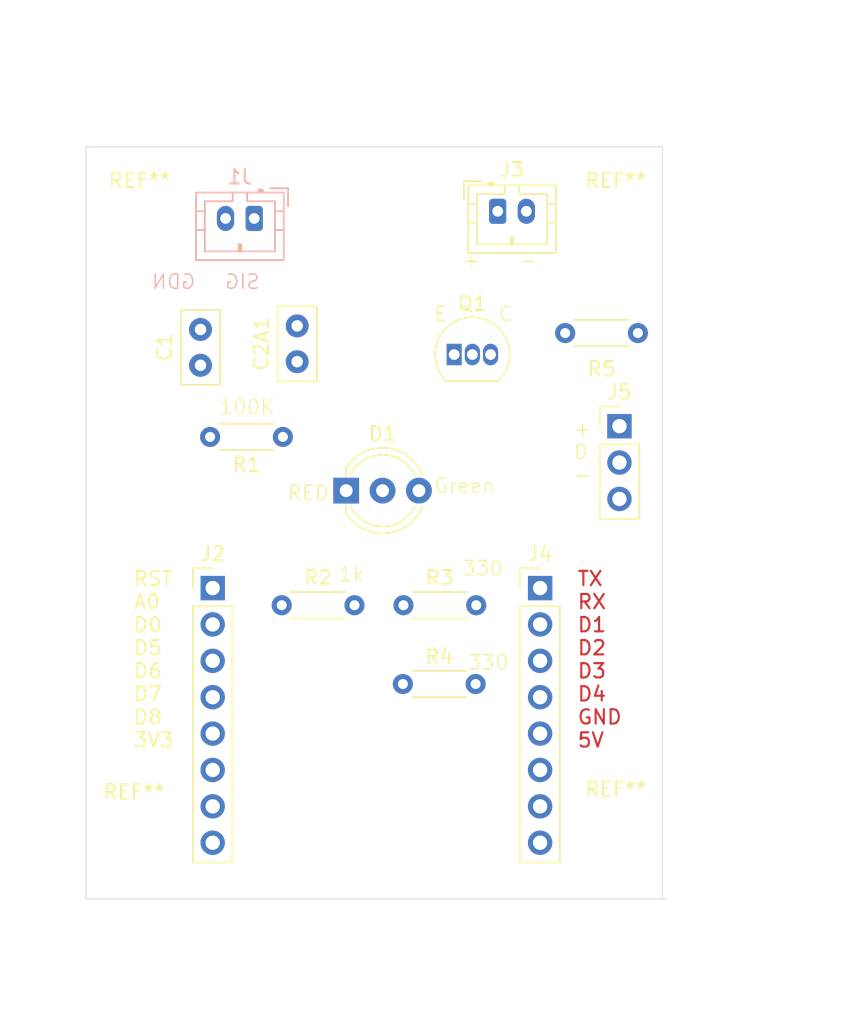
<source format=kicad_pcb>
(kicad_pcb (version 20241229) (generator "pcbnew") (generator_version "9.0")
  (layers (0 "F.Cu" signal) (4 "In1.Cu" signal) (6 "In2.Cu" signal) (2 "B.Cu" signal) (13 "F.Paste" user) (15 "B.Paste" user) (5 "F.SilkS" user "F.Silkscreen") (7 "B.SilkS" user "B.Silkscreen") (1 "F.Mask" user) (3 "B.Mask" user) (25 "Edge.Cuts" user))
  (net 0 "")
  (net 1 "Net-(J2-Pin_2)")
  (net 2 "GND")
  (net 4 "Net-(J2-Pin_6)")
  (net 5 "Net-(J2-Pin_5)")
  (net 9 "Net-(J2-Pin_4)")
  (net 11 "Net-(J4-Pin_3)")
  (net 14 "Net-(J4-Pin_8)")
  (net 17 "Net-(Q1-B)")
  (net 18 "Net-(J3-IR_LED-)")
  (net 19 "Net-(J1-EMI_SIG)")
  (net 20 "Net-(J3-IR_LED+)")
  (net 21 "Net-(D1-K1)")
  (net 22 "Net-(D1-A)")
  (footprint "Capacitor_THT:C_Disc_D5.0mm_W2.5mm_P2.50mm" (layer "F.Cu") (at 139.5 87.75 90)
    (property "Reference" "C2A1" (at 1.25 -2.5 90) (layer "F.SilkS"))
    (property "Value" "DNP")
    (fp_line (start 3.87 -1.37) (end 3.87 1.37) (stroke (width 0.12)) (layer "F.SilkS"))
    (fp_line (start -1.37 -1.37) (end 3.87 -1.37) (stroke (width 0.12)) (layer "F.SilkS"))
    (fp_line (start 3.87 1.37) (end -1.37 1.37) (stroke (width 0.12)) (layer "F.SilkS"))
    (fp_line (start -1.37 1.37) (end -1.37 -1.37) (stroke (width 0.12)) (layer "F.SilkS"))
    (pad "1" thru_hole circle (at 0 0 90) (size 1.6 1.6) (drill 0.8) (layers "*.Cu" "*.Mask") (net 1 "Net-(J2-Pin_2)"))
    (pad "2" thru_hole circle (at 2.5 0 90) (size 1.6 1.6) (drill 0.8) (layers "*.Cu" "*.Mask") (net 2 "GND"))
  )
  (footprint "MountingHole:MountingHole_2.5mm" (layer "F.Cu") (at 128.5 78.55)
    (property "Reference" "REF**" (at 0 -3.45 0) (layer "F.SilkS"))
    (property "Value" "MountingHole_2.5mm")
    (pad "" np_thru_hole circle (at 0 0) (size 2.5 2.5) (drill 2.5) (layers "*.Cu" "*.Mask"))
  )
  (footprint "MountingHole:MountingHole_2.1mm" (layer "F.Cu") (at 128.1 120.85)
    (property "Reference" "REF**" (at 0 -3.05 0) (layer "F.SilkS"))
    (property "Value" "MountingHole_2.1mm")
    (pad "" np_thru_hole circle (at 0 0) (size 2.1 2.1) (drill 2.1) (layers "*.Cu" "*.Mask"))
  )
  (footprint "Resistor_THT:R_Axial_DIN0204_L3.6mm_D1.6mm_P5.08mm_Horizontal" (layer "F.Cu") (at 158.21 85.75)
    (property "Reference" "R5" (at 2.54 2.5 0) (layer "F.SilkS"))
    (property "Value" "100")
    (fp_line (start 0.62 -0.92) (end 4.46 -0.92) (stroke (width 0.12)) (layer "F.SilkS"))
    (fp_line (start 0.62 0.92) (end 4.46 0.92) (stroke (width 0.12)) (layer "F.SilkS"))
    (pad "1" thru_hole circle (at 0 0) (size 1.4 1.4) (drill 0.7) (layers "*.Cu" "*.Mask") (net 20 "Net-(J3-IR_LED+)"))
    (pad "2" thru_hole circle (at 5.08 0) (size 1.4 1.4) (drill 0.7) (layers "*.Cu" "*.Mask") (net 14 "Net-(J4-Pin_8)"))
  )
  (footprint "MountingHole:MountingHole_2.2mm_M2" (layer "F.Cu") (at 161.75 78.25)
    (property "Reference" "REF**" (at 0 -3.15 0) (layer "F.SilkS"))
    (property "Value" "MountingHole_2.2mm_M2")
    (pad "" np_thru_hole circle (at 0 0) (size 2.2 2.2) (drill 2.2) (layers "*.Cu" "*.Mask"))
  )
  (footprint "LED_THT:LED_D5.0mm-3" (layer "F.Cu") (at 142.92 96.75)
    (property "Reference" "D1" (at 2.54 -3.96 0) (layer "F.SilkS"))
    (property "Value" "LED_Dual_KKA")
    (fp_line (start -0.02 -1.545) (end -0.02 -1.08) (stroke (width 0.12)) (layer "F.SilkS"))
    (fp_line (start -0.02 1.08) (end -0.02 1.545) (stroke (width 0.12)) (layer "F.SilkS"))
    (fp_arc (start -0.02 -1.54483) (mid 2.798898 -2.97877) (end 5.328136 -1.08) (stroke (width 0.12)) (layer "F.SilkS"))
    (fp_arc (start 0.285316 -1.08) (mid 2.54 -2.5) (end 4.794684 -1.08) (stroke (width 0.12)) (layer "F.SilkS"))
    (fp_arc (start 4.794684 1.08) (mid 2.54 2.5) (end 0.285316 1.08) (stroke (width 0.12)) (layer "F.SilkS"))
    (fp_arc (start 5.328136 1.08) (mid 2.798898 2.97877) (end -0.02 1.54483) (stroke (width 0.12)) (layer "F.SilkS"))
    (pad "1" thru_hole rect (at 0 0) (size 1.8 1.8) (drill 0.9) (layers "*.Cu" "*.Mask") (net 21 "Net-(D1-K1)"))
    (pad "2" thru_hole circle (at 2.54 0) (size 1.8 1.8) (drill 0.9) (layers "*.Cu" "*.Mask") (net 2 "GND"))
    (pad "3" thru_hole circle (at 5.08 0) (size 1.8 1.8) (drill 0.9) (layers "*.Cu" "*.Mask") (net 22 "Net-(D1-A)"))
  )
  (footprint "Package_TO_SOT_THT:TO-92_Inline" (layer "F.Cu") (at 150.46 87.25)
    (property "Reference" "Q1" (at 1.27 -3.56 0) (layer "F.SilkS"))
    (property "Value" "2N2222")
    (fp_line (start -0.53 1.85) (end 3.07 1.85) (stroke (width 0.12)) (layer "F.SilkS"))
    (fp_arc (start -0.568478 1.838478) (mid -1.132087 -0.994977) (end 1.27 -2.6) (stroke (width 0.12)) (layer "F.SilkS"))
    (fp_arc (start 1.27 -2.6) (mid 3.672087 -0.994977) (end 3.108478 1.838478) (stroke (width 0.12)) (layer "F.SilkS"))
    (pad "1" thru_hole rect (at 0 0) (size 1.05 1.5) (drill 0.75) (layers "*.Cu" "*.Mask") (net 2 "GND"))
    (pad "2" thru_hole oval (at 1.27 0) (size 1.05 1.5) (drill 0.75) (layers "*.Cu" "*.Mask") (net 17 "Net-(Q1-B)"))
    (pad "3" thru_hole oval (at 2.54 0) (size 1.05 1.5) (drill 0.75) (layers "*.Cu" "*.Mask") (net 18 "Net-(J3-IR_LED-)"))
  )
  (footprint "Resistor_THT:R_Axial_DIN0204_L3.6mm_D1.6mm_P5.08mm_Horizontal" (layer "F.Cu") (at 138.42 104.75)
    (property "Reference" "R2" (at 2.54 -1.92 0) (layer "F.SilkS"))
    (property "Value" "1k")
    (fp_line (start 0.62 -0.92) (end 4.46 -0.92) (stroke (width 0.12)) (layer "F.SilkS"))
    (fp_line (start 0.62 0.92) (end 4.46 0.92) (stroke (width 0.12)) (layer "F.SilkS"))
    (pad "1" thru_hole circle (at 0 0) (size 1.4 1.4) (drill 0.7) (layers "*.Cu" "*.Mask") (net 9 "Net-(J2-Pin_4)"))
    (pad "2" thru_hole circle (at 5.08 0) (size 1.4 1.4) (drill 0.7) (layers "*.Cu" "*.Mask") (net 17 "Net-(Q1-B)"))
  )
  (footprint "Connector_JST:JST_PH_B2B-PH-K_1x02_P2.00mm_Vertical" (layer "F.Cu") (at 153.5 77.25)
    (property "Reference" "J3" (at 1 -2.9 0) (layer "F.SilkS"))
    (property "Value" "LED-line-socket")
    (fp_line (start -2.36 -2.11) (end -2.36 -0.86) (stroke (width 0.12)) (layer "F.SilkS"))
    (fp_line (start -2.06 -1.81) (end -2.06 2.91) (stroke (width 0.12)) (layer "F.SilkS"))
    (fp_line (start -2.06 -0.5) (end -1.45 -0.5) (stroke (width 0.12)) (layer "F.SilkS"))
    (fp_line (start -2.06 0.8) (end -1.45 0.8) (stroke (width 0.12)) (layer "F.SilkS"))
    (fp_line (start -2.06 2.91) (end 4.06 2.91) (stroke (width 0.12)) (layer "F.SilkS"))
    (fp_line (start -1.45 -1.2) (end -1.45 2.3) (stroke (width 0.12)) (layer "F.SilkS"))
    (fp_line (start -1.45 2.3) (end 3.45 2.3) (stroke (width 0.12)) (layer "F.SilkS"))
    (fp_line (start -1.11 -2.11) (end -2.36 -2.11) (stroke (width 0.12)) (layer "F.SilkS"))
    (fp_line (start -0.6 -2.01) (end -0.6 -1.81) (stroke (width 0.12)) (layer "F.SilkS"))
    (fp_line (start -0.3 -2.01) (end -0.6 -2.01) (stroke (width 0.12)) (layer "F.SilkS"))
    (fp_line (start -0.3 -1.91) (end -0.6 -1.91) (stroke (width 0.12)) (layer "F.SilkS"))
    (fp_line (start -0.3 -1.81) (end -0.3 -2.01) (stroke (width 0.12)) (layer "F.SilkS"))
    (fp_line (start 0.5 -1.81) (end 0.5 -1.2) (stroke (width 0.12)) (layer "F.SilkS"))
    (fp_line (start 0.5 -1.2) (end -1.45 -1.2) (stroke (width 0.12)) (layer "F.SilkS"))
    (fp_line (start 0.9 1.8) (end 1.1 1.8) (stroke (width 0.12)) (layer "F.SilkS"))
    (fp_line (start 0.9 2.3) (end 0.9 1.8) (stroke (width 0.12)) (layer "F.SilkS"))
    (fp_line (start 1 2.3) (end 1 1.8) (stroke (width 0.12)) (layer "F.SilkS"))
    (fp_line (start 1.1 1.8) (end 1.1 2.3) (stroke (width 0.12)) (layer "F.SilkS"))
    (fp_line (start 1.5 -1.2) (end 1.5 -1.81) (stroke (width 0.12)) (layer "F.SilkS"))
    (fp_line (start 3.45 -1.2) (end 1.5 -1.2) (stroke (width 0.12)) (layer "F.SilkS"))
    (fp_line (start 3.45 2.3) (end 3.45 -1.2) (stroke (width 0.12)) (layer "F.SilkS"))
    (fp_line (start 4.06 -1.81) (end -2.06 -1.81) (stroke (width 0.12)) (layer "F.SilkS"))
    (fp_line (start 4.06 -0.5) (end 3.45 -0.5) (stroke (width 0.12)) (layer "F.SilkS"))
    (fp_line (start 4.06 0.8) (end 3.45 0.8) (stroke (width 0.12)) (layer "F.SilkS"))
    (fp_line (start 4.06 2.91) (end 4.06 -1.81) (stroke (width 0.12)) (layer "F.SilkS"))
    (pad "1" thru_hole roundrect (at 0 0) (size 1.2 1.75) (drill 0.75) (layers "*.Cu" "*.Mask") (roundrect_rratio 0.208333) (net 20 "Net-(J3-IR_LED+)"))
    (pad "2" thru_hole oval (at 2 0) (size 1.2 1.75) (drill 0.75) (layers "*.Cu" "*.Mask") (net 18 "Net-(J3-IR_LED-)"))
  )
  (footprint "Connector_PinHeader_2.54mm:PinHeader_1x03_P2.54mm_Vertical" (layer "F.Cu") (at 162 92.25)
    (property "Reference" "J5" (at 0 -2.38 0) (layer "F.SilkS"))
    (property "Value" "DHT22_Conn_3Pin")
    (fp_line (start -1.38 -1.38) (end 0 -1.38) (stroke (width 0.12)) (layer "F.SilkS"))
    (fp_line (start -1.38 0) (end -1.38 -1.38) (stroke (width 0.12)) (layer "F.SilkS"))
    (fp_line (start -1.38 1.27) (end -1.38 6.46) (stroke (width 0.12)) (layer "F.SilkS"))
    (fp_line (start -1.38 1.27) (end 1.38 1.27) (stroke (width 0.12)) (layer "F.SilkS"))
    (fp_line (start -1.38 6.46) (end 1.38 6.46) (stroke (width 0.12)) (layer "F.SilkS"))
    (fp_line (start 1.38 1.27) (end 1.38 6.46) (stroke (width 0.12)) (layer "F.SilkS"))
    (pad "1" thru_hole rect (at 0 0) (size 1.7 1.7) (drill 1) (layers "*.Cu" "*.Mask") (net 14 "Net-(J4-Pin_8)"))
    (pad "2" thru_hole circle (at 0 2.54) (size 1.7 1.7) (drill 1) (layers "*.Cu" "*.Mask") (net 11 "Net-(J4-Pin_3)"))
    (pad "3" thru_hole circle (at 0 5.08) (size 1.7 1.7) (drill 1) (layers "*.Cu" "*.Mask") (net 2 "GND"))
  )
  (footprint "Resistor_THT:R_Axial_DIN0204_L3.6mm_D1.6mm_P5.08mm_Horizontal" (layer "F.Cu") (at 146.92 104.75)
    (property "Reference" "R3" (at 2.54 -1.92 0) (layer "F.SilkS"))
    (property "Value" "330")
    (fp_line (start 0.62 -0.92) (end 4.46 -0.92) (stroke (width 0.12)) (layer "F.SilkS"))
    (fp_line (start 0.62 0.92) (end 4.46 0.92) (stroke (width 0.12)) (layer "F.SilkS"))
    (pad "1" thru_hole circle (at 0 0) (size 1.4 1.4) (drill 0.7) (layers "*.Cu" "*.Mask") (net 4 "Net-(J2-Pin_6)"))
    (pad "2" thru_hole circle (at 5.08 0) (size 1.4 1.4) (drill 0.7) (layers "*.Cu" "*.Mask") (net 22 "Net-(D1-A)"))
  )
  (footprint "Resistor_THT:R_Axial_DIN0204_L3.6mm_D1.6mm_P5.08mm_Horizontal" (layer "F.Cu") (at 138.5 93 180)
    (property "Reference" "R1" (at 2.54 -1.92 0) (layer "F.SilkS"))
    (property "Value" "100k")
    (fp_line (start 0.62 0.92) (end 4.46 0.92) (stroke (width 0.12)) (layer "F.SilkS"))
    (fp_line (start 0.62 -0.92) (end 4.46 -0.92) (stroke (width 0.12)) (layer "F.SilkS"))
    (pad "1" thru_hole circle (at 0 0 180) (size 1.4 1.4) (drill 0.7) (layers "*.Cu" "*.Mask") (net 19 "Net-(J1-EMI_SIG)"))
    (pad "2" thru_hole circle (at 5.08 0 180) (size 1.4 1.4) (drill 0.7) (layers "*.Cu" "*.Mask") (net 1 "Net-(J2-Pin_2)"))
  )
  (footprint "Capacitor_THT:C_Disc_D5.0mm_W2.5mm_P2.50mm" (layer "F.Cu") (at 132.75 88 90)
    (property "Reference" "C1" (at 1.25 -2.5 90) (layer "F.SilkS"))
    (property "Value" "0.01uF")
    (fp_line (start 3.87 -1.37) (end 3.87 1.37) (stroke (width 0.12)) (layer "F.SilkS"))
    (fp_line (start -1.37 -1.37) (end 3.87 -1.37) (stroke (width 0.12)) (layer "F.SilkS"))
    (fp_line (start 3.87 1.37) (end -1.37 1.37) (stroke (width 0.12)) (layer "F.SilkS"))
    (fp_line (start -1.37 1.37) (end -1.37 -1.37) (stroke (width 0.12)) (layer "F.SilkS"))
    (pad "1" thru_hole circle (at 0 0 90) (size 1.6 1.6) (drill 0.8) (layers "*.Cu" "*.Mask") (net 1 "Net-(J2-Pin_2)"))
    (pad "2" thru_hole circle (at 2.5 0 90) (size 1.6 1.6) (drill 0.8) (layers "*.Cu" "*.Mask") (net 2 "GND"))
  )
  (footprint "Connector_PinHeader_2.54mm:PinHeader_1x08_P2.54mm_Vertical" (layer "F.Cu") (at 156.46 103.55)
    (property "Reference" "J4" (at 0 -2.38 0) (layer "F.SilkS"))
    (property "Value" "Conn_01x08")
    (fp_line (start -1.38 -1.38) (end 0 -1.38) (stroke (width 0.12)) (layer "F.SilkS"))
    (fp_line (start -1.38 0) (end -1.38 -1.38) (stroke (width 0.12)) (layer "F.SilkS"))
    (fp_line (start -1.38 1.27) (end -1.38 19.16) (stroke (width 0.12)) (layer "F.SilkS"))
    (fp_line (start -1.38 1.27) (end 1.38 1.27) (stroke (width 0.12)) (layer "F.SilkS"))
    (fp_line (start -1.38 19.16) (end 1.38 19.16) (stroke (width 0.12)) (layer "F.SilkS"))
    (fp_line (start 1.38 1.27) (end 1.38 19.16) (stroke (width 0.12)) (layer "F.SilkS"))
    (pad "1" thru_hole rect (at 0 0) (size 1.7 1.7) (drill 1) (layers "*.Cu" "*.Mask"))
    (pad "2" thru_hole circle (at 0 2.54) (size 1.7 1.7) (drill 1) (layers "*.Cu" "*.Mask"))
    (pad "3" thru_hole circle (at 0 5.08) (size 1.7 1.7) (drill 1) (layers "*.Cu" "*.Mask") (net 11 "Net-(J4-Pin_3)"))
    (pad "4" thru_hole circle (at 0 7.62) (size 1.7 1.7) (drill 1) (layers "*.Cu" "*.Mask"))
    (pad "5" thru_hole circle (at 0 10.16) (size 1.7 1.7) (drill 1) (layers "*.Cu" "*.Mask"))
    (pad "6" thru_hole circle (at 0 12.7) (size 1.7 1.7) (drill 1) (layers "*.Cu" "*.Mask"))
    (pad "7" thru_hole circle (at 0 15.24) (size 1.7 1.7) (drill 1) (layers "*.Cu" "*.Mask") (net 2 "GND"))
    (pad "8" thru_hole circle (at 0 17.78) (size 1.7 1.7) (drill 1) (layers "*.Cu" "*.Mask") (net 14 "Net-(J4-Pin_8)"))
  )
  (footprint "MountingHole:MountingHole_2.2mm_M2" (layer "F.Cu") (at 161.75 120.75)
    (property "Reference" "REF**" (at 0 -3.15 0) (layer "F.SilkS"))
    (property "Value" "MountingHole_2.2mm_M2")
    (pad "" np_thru_hole circle (at 0 0) (size 2.2 2.2) (drill 2.2) (layers "*.Cu" "*.Mask"))
  )
  (footprint "Connector_PinHeader_2.54mm:PinHeader_1x08_P2.54mm_Vertical" (layer "F.Cu") (at 133.6 103.55)
    (property "Reference" "J2" (at 0 -2.38 0) (layer "F.SilkS"))
    (property "Value" "Conn_01x08")
    (fp_line (start -1.38 -1.38) (end 0 -1.38) (stroke (width 0.12)) (layer "F.SilkS"))
    (fp_line (start -1.38 0) (end -1.38 -1.38) (stroke (width 0.12)) (layer "F.SilkS"))
    (fp_line (start -1.38 1.27) (end -1.38 19.16) (stroke (width 0.12)) (layer "F.SilkS"))
    (fp_line (start -1.38 1.27) (end 1.38 1.27) (stroke (width 0.12)) (layer "F.SilkS"))
    (fp_line (start -1.38 19.16) (end 1.38 19.16) (stroke (width 0.12)) (layer "F.SilkS"))
    (fp_line (start 1.38 1.27) (end 1.38 19.16) (stroke (width 0.12)) (layer "F.SilkS"))
    (pad "1" thru_hole rect (at 0 0) (size 1.7 1.7) (drill 1) (layers "*.Cu" "*.Mask"))
    (pad "2" thru_hole circle (at 0 2.54) (size 1.7 1.7) (drill 1) (layers "*.Cu" "*.Mask") (net 1 "Net-(J2-Pin_2)"))
    (pad "3" thru_hole circle (at 0 5.08) (size 1.7 1.7) (drill 1) (layers "*.Cu" "*.Mask"))
    (pad "4" thru_hole circle (at 0 7.62) (size 1.7 1.7) (drill 1) (layers "*.Cu" "*.Mask") (net 9 "Net-(J2-Pin_4)"))
    (pad "5" thru_hole circle (at 0 10.16) (size 1.7 1.7) (drill 1) (layers "*.Cu" "*.Mask") (net 5 "Net-(J2-Pin_5)"))
    (pad "6" thru_hole circle (at 0 12.7) (size 1.7 1.7) (drill 1) (layers "*.Cu" "*.Mask") (net 4 "Net-(J2-Pin_6)"))
    (pad "7" thru_hole circle (at 0 15.24) (size 1.7 1.7) (drill 1) (layers "*.Cu" "*.Mask"))
    (pad "8" thru_hole circle (at 0 17.78) (size 1.7 1.7) (drill 1) (layers "*.Cu" "*.Mask"))
  )
  (footprint "Resistor_THT:R_Axial_DIN0204_L3.6mm_D1.6mm_P5.08mm_Horizontal" (layer "F.Cu") (at 146.88 110.25)
    (property "Reference" "R4" (at 2.54 -1.92 0) (layer "F.SilkS"))
    (property "Value" "330")
    (fp_line (start 0.62 -0.92) (end 4.46 -0.92) (stroke (width 0.12)) (layer "F.SilkS"))
    (fp_line (start 0.62 0.92) (end 4.46 0.92) (stroke (width 0.12)) (layer "F.SilkS"))
    (pad "1" thru_hole circle (at 0 0) (size 1.4 1.4) (drill 0.7) (layers "*.Cu" "*.Mask") (net 21 "Net-(D1-K1)"))
    (pad "2" thru_hole circle (at 5.08 0) (size 1.4 1.4) (drill 0.7) (layers "*.Cu" "*.Mask") (net 5 "Net-(J2-Pin_5)"))
  )
  (footprint "Connector_JST:JST_PH_B2B-PH-K_1x02_P2.00mm_Vertical" (layer "B.Cu") (at 136.5 77.75 180)
    (property "Reference" "J1" (at 1 2.9 0) (layer "B.SilkS") (effects (justify mirror)))
    (property "Value" "EMI-MAIN")
    (fp_line (start 4.06 1.81) (end -2.06 1.81) (stroke (width 0.12)) (layer "B.SilkS"))
    (fp_line (start 4.06 0.5) (end 3.45 0.5) (stroke (width 0.12)) (layer "B.SilkS"))
    (fp_line (start 4.06 -0.8) (end 3.45 -0.8) (stroke (width 0.12)) (layer "B.SilkS"))
    (fp_line (start 4.06 -2.91) (end 4.06 1.81) (stroke (width 0.12)) (layer "B.SilkS"))
    (fp_line (start 3.45 1.2) (end 1.5 1.2) (stroke (width 0.12)) (layer "B.SilkS"))
    (fp_line (start 3.45 -2.3) (end 3.45 1.2) (stroke (width 0.12)) (layer "B.SilkS"))
    (fp_line (start 1.5 1.2) (end 1.5 1.81) (stroke (width 0.12)) (layer "B.SilkS"))
    (fp_line (start 1.1 -1.8) (end 1.1 -2.3) (stroke (width 0.12)) (layer "B.SilkS"))
    (fp_line (start 1 -2.3) (end 1 -1.8) (stroke (width 0.12)) (layer "B.SilkS"))
    (fp_line (start 0.9 -1.8) (end 1.1 -1.8) (stroke (width 0.12)) (layer "B.SilkS"))
    (fp_line (start 0.9 -2.3) (end 0.9 -1.8) (stroke (width 0.12)) (layer "B.SilkS"))
    (fp_line (start 0.5 1.81) (end 0.5 1.2) (stroke (width 0.12)) (layer "B.SilkS"))
    (fp_line (start 0.5 1.2) (end -1.45 1.2) (stroke (width 0.12)) (layer "B.SilkS"))
    (fp_line (start -0.3 2.01) (end -0.6 2.01) (stroke (width 0.12)) (layer "B.SilkS"))
    (fp_line (start -0.3 1.91) (end -0.6 1.91) (stroke (width 0.12)) (layer "B.SilkS"))
    (fp_line (start -0.3 1.81) (end -0.3 2.01) (stroke (width 0.12)) (layer "B.SilkS"))
    (fp_line (start -0.6 2.01) (end -0.6 1.81) (stroke (width 0.12)) (layer "B.SilkS"))
    (fp_line (start -1.11 2.11) (end -2.36 2.11) (stroke (width 0.12)) (layer "B.SilkS"))
    (fp_line (start -1.45 1.2) (end -1.45 -2.3) (stroke (width 0.12)) (layer "B.SilkS"))
    (fp_line (start -1.45 -2.3) (end 3.45 -2.3) (stroke (width 0.12)) (layer "B.SilkS"))
    (fp_line (start -2.06 1.81) (end -2.06 -2.91) (stroke (width 0.12)) (layer "B.SilkS"))
    (fp_line (start -2.06 0.5) (end -1.45 0.5) (stroke (width 0.12)) (layer "B.SilkS"))
    (fp_line (start -2.06 -0.8) (end -1.45 -0.8) (stroke (width 0.12)) (layer "B.SilkS"))
    (fp_line (start -2.06 -2.91) (end 4.06 -2.91) (stroke (width 0.12)) (layer "B.SilkS"))
    (fp_line (start -2.36 2.11) (end -2.36 0.86) (stroke (width 0.12)) (layer "B.SilkS"))
    (pad "1" thru_hole roundrect (at 0 0 180) (size 1.2 1.75) (drill 0.75) (layers "*.Cu" "*.Mask") (roundrect_rratio 0.208333) (net 19 "Net-(J1-EMI_SIG)"))
    (pad "2" thru_hole oval (at 2 0 180) (size 1.2 1.75) (drill 0.75) (layers "*.Cu" "*.Mask") (net 2 "GND"))
  )
  (gr_line (start 124.75 125.25) (end 165.25 125.25) (stroke (width 0.05)) (layer "Edge.Cuts"))
  (gr_line (start 124.75 72.75) (end 124.75 125.250415) (stroke (width 0.05)) (layer "Edge.Cuts"))
  (gr_line (start 165 72.75) (end 165 125.25) (stroke (width 0.05)) (layer "Edge.Cuts"))
  (gr_line (start 124.75 72.75) (end 165.000776 72.75) (stroke (width 0.05)) (layer "Edge.Cuts"))
  (gr_text "TX\nRX\nD1\nD2\nD3\nD4\nGND\n5V\n" (at 159 114.75 0) (layer "F.Cu") (effects (font (size 1 1)) (justify left bottom)))
  (gr_text "+" (at 150.985 81.25 0) (layer "F.SilkS") (effects (font (size 1 1) (thickness 0.1)) (justify left bottom)))
  (gr_text "330" (at 150.96 102.75 0) (layer "F.SilkS") (effects (font (size 1 1) (thickness 0.1)) (justify left bottom)))
  (gr_text "+\nD\n-\n" (at 158.75 96.25 0) (layer "F.SilkS") (effects (font (size 1 1) (thickness 0.1)) (justify left bottom)))
  (gr_text "1k" (at 142.333166 103.167662 0) (layer "F.SilkS") (effects (font (size 1 1) (thickness 0.1)) (justify left bottom)))
  (gr_text "330" (at 151.34 109.33 0) (layer "F.SilkS") (effects (font (size 1 1) (thickness 0.1)) (justify left bottom)))
  (gr_text "100K" (at 134 91.5 0) (layer "F.SilkS") (effects (font (size 1 1) (thickness 0.1)) (justify left bottom)))
  (gr_text "RED" (at 138.75 97.5 0) (layer "F.SilkS") (effects (font (size 1 1) (thickness 0.1)) (justify left bottom)))
  (gr_text "-" (at 154.96 81.25 0) (layer "F.SilkS") (effects (font (size 1 1) (thickness 0.1)) (justify left bottom)))
  (gr_text "C" (at 153.5 85 0) (layer "F.SilkS") (effects (font (size 1 1) (thickness 0.1)) (justify left bottom)))
  (gr_text "Green\n" (at 149 97 0) (layer "F.SilkS") (effects (font (size 1 1) (thickness 0.1)) (justify left bottom)))
  (gr_text "E" (at 149 85 0) (layer "F.SilkS") (effects (font (size 1 1) (thickness 0.1)) (justify left bottom)))
  (gr_text "RST\nA0\nD0\nD5\nD6\nD7\nD8\n3V3\n" (at 128 114.75 0) (layer "F.SilkS") (effects (font (size 1 1)) (justify left bottom)))
  (gr_text "SIG\n" (at 136.96 82.75 0) (layer "B.SilkS") (effects (font (size 1 1) (thickness 0.1)) (justify left bottom mirror)))
  (gr_text "GDN" (at 132.46 82.75 0) (layer "B.SilkS") (effects (font (size 1 1) (thickness 0.1)) (justify left bottom mirror)))
)
</source>
